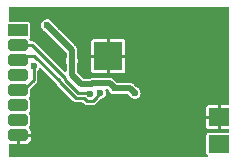
<source format=gbr>
%TF.GenerationSoftware,KiCad,Pcbnew,6.0.11-2627ca5db0~126~ubuntu22.04.1*%
%TF.CreationDate,2024-01-17T12:34:27+01:00*%
%TF.ProjectId,CC1101_868MHz_RF_Modul_FUEL4EP,43433131-3031-45f3-9836-384d487a5f52,1.6*%
%TF.SameCoordinates,Original*%
%TF.FileFunction,Copper,L2,Bot*%
%TF.FilePolarity,Positive*%
%FSLAX46Y46*%
G04 Gerber Fmt 4.6, Leading zero omitted, Abs format (unit mm)*
G04 Created by KiCad (PCBNEW 6.0.11-2627ca5db0~126~ubuntu22.04.1) date 2024-01-17 12:34:27*
%MOMM*%
%LPD*%
G01*
G04 APERTURE LIST*
G04 Aperture macros list*
%AMRoundRect*
0 Rectangle with rounded corners*
0 $1 Rounding radius*
0 $2 $3 $4 $5 $6 $7 $8 $9 X,Y pos of 4 corners*
0 Add a 4 corners polygon primitive as box body*
4,1,4,$2,$3,$4,$5,$6,$7,$8,$9,$2,$3,0*
0 Add four circle primitives for the rounded corners*
1,1,$1+$1,$2,$3*
1,1,$1+$1,$4,$5*
1,1,$1+$1,$6,$7*
1,1,$1+$1,$8,$9*
0 Add four rect primitives between the rounded corners*
20,1,$1+$1,$2,$3,$4,$5,0*
20,1,$1+$1,$4,$5,$6,$7,0*
20,1,$1+$1,$6,$7,$8,$9,0*
20,1,$1+$1,$8,$9,$2,$3,0*%
G04 Aperture macros list end*
%TA.AperFunction,CastellatedPad*%
%ADD10RoundRect,0.250000X-0.600000X-0.250000X0.600000X-0.250000X0.600000X0.250000X-0.600000X0.250000X0*%
%TD*%
%TA.AperFunction,CastellatedPad*%
%ADD11R,1.800000X1.500000*%
%TD*%
%TA.AperFunction,CastellatedPad*%
%ADD12R,1.700000X1.000000*%
%TD*%
%TA.AperFunction,ComponentPad*%
%ADD13C,0.500000*%
%TD*%
%TA.AperFunction,SMDPad,CuDef*%
%ADD14R,2.400000X2.400000*%
%TD*%
%TA.AperFunction,ViaPad*%
%ADD15C,0.600000*%
%TD*%
%TA.AperFunction,Conductor*%
%ADD16C,0.250000*%
%TD*%
%TA.AperFunction,Conductor*%
%ADD17C,0.500000*%
%TD*%
G04 APERTURE END LIST*
D10*
%TO.P,JC5,1,Pin_1*%
%TO.N,/MOSI*%
X950000Y5810000D03*
%TD*%
D11*
%TO.P,JA1,1,Pin_1*%
%TO.N,GND*%
X18000000Y3550000D03*
%TD*%
D10*
%TO.P,JC8,1,Pin_1*%
%TO.N,GND*%
X950000Y2000000D03*
%TD*%
D11*
%TO.P,JA2,1,Pin_1*%
%TO.N,Net-(C7-Pad1)*%
X18000000Y1270000D03*
%TD*%
D10*
%TO.P,JC6,1,Pin_1*%
%TO.N,/MISO{slash}GDO1*%
X950000Y4540000D03*
%TD*%
%TO.P,JC3,1,Pin_1*%
%TO.N,/~{CS}*%
X950000Y8350000D03*
%TD*%
%TO.P,JC2,1,Pin_1*%
%TO.N,/GDO0*%
X950000Y9620000D03*
%TD*%
D12*
%TO.P,JC1,1,Pin_1*%
%TO.N,/VDD*%
X950000Y10890000D03*
%TD*%
D10*
%TO.P,JC4,1,Pin_1*%
%TO.N,/SCK*%
X950000Y7080000D03*
%TD*%
D13*
%TO.P,U1,21,GND3*%
%TO.N,GND*%
X9529000Y9652800D03*
X8579000Y7752800D03*
X9529000Y8702800D03*
X8579000Y9652800D03*
X9529000Y7752800D03*
X8579000Y8702800D03*
X7629000Y9652800D03*
X7629000Y7752800D03*
D14*
X8579000Y8702800D03*
D13*
X7629000Y8702800D03*
%TD*%
D10*
%TO.P,JC7,1,Pin_1*%
%TO.N,/GDO2*%
X950000Y3270000D03*
%TD*%
D15*
%TO.N,GND*%
X17780000Y7112000D03*
X3302000Y1524000D03*
X3302000Y508000D03*
X2286000Y1524000D03*
X2286000Y508000D03*
X762000Y508000D03*
X500000Y12050000D03*
X14859000Y12192000D03*
X3302000Y2540000D03*
X4318000Y1524000D03*
X6604000Y508000D03*
X8890000Y508000D03*
X18288000Y11176000D03*
X5334000Y1524000D03*
X18542000Y6096000D03*
X6985000Y11303000D03*
X10414000Y3048000D03*
X18542000Y8890000D03*
X10226239Y7051239D03*
X11176000Y3556000D03*
X15494000Y508000D03*
X5854208Y4498645D03*
X17526000Y11176000D03*
X13208000Y1524000D03*
X4318000Y508000D03*
X17780000Y4826000D03*
X13716000Y6350000D03*
X13475000Y7050000D03*
X18542000Y6858000D03*
X2286000Y2540000D03*
X16764000Y10160000D03*
X12500000Y6985000D03*
X16002000Y12192000D03*
X18542000Y5334000D03*
X5334000Y2540000D03*
X9780000Y10794000D03*
X13208000Y508000D03*
X17780000Y5588000D03*
X10668000Y4699000D03*
X16764000Y11176000D03*
X14224000Y3556000D03*
X10160000Y508000D03*
X4318000Y3556000D03*
X5334000Y3556000D03*
X14224000Y2032000D03*
X18542000Y7874000D03*
X12192000Y3556000D03*
X11176000Y508000D03*
X13335000Y10175000D03*
X13208000Y2540000D03*
X12192000Y1524000D03*
X3556000Y3302000D03*
X4318000Y2540000D03*
X14808200Y11226800D03*
X16002000Y11176000D03*
X14732000Y1524000D03*
X17780000Y6350000D03*
X17526000Y10160000D03*
X16764000Y12192000D03*
X5334000Y508000D03*
X2304199Y5700000D03*
X13030200Y12014200D03*
X18288000Y10160000D03*
X12192000Y508000D03*
X11176000Y2540000D03*
X13792200Y11099800D03*
X7874000Y508000D03*
X6223000Y10922000D03*
X6858000Y7061200D03*
X18288000Y12192000D03*
X13175000Y4450000D03*
X4346102Y4561781D03*
X13868400Y12039600D03*
X11684000Y6985000D03*
X10414000Y2032000D03*
X14732000Y508000D03*
X11176000Y1524000D03*
X13716000Y5588000D03*
X16002000Y1016000D03*
X15494000Y1524000D03*
X17526000Y12192000D03*
X14224000Y2794000D03*
X16510000Y508000D03*
X13208000Y3556000D03*
X1524000Y762000D03*
X2375000Y10775000D03*
X13970000Y1016000D03*
X4592391Y11199563D03*
X10375000Y3875000D03*
X12928600Y11074400D03*
X12225000Y4425000D03*
X12192000Y2540000D03*
X10414000Y1270000D03*
X14224000Y4318000D03*
%TO.N,/GDO0*%
X7041833Y5538480D03*
%TO.N,/MOSI*%
X2261967Y7852614D03*
%TO.N,/~{CS}*%
X7877108Y5586478D03*
%TO.N,VDDA*%
X5505452Y8312053D03*
X3403600Y11328400D03*
X9127372Y5974477D03*
X10823000Y5587998D03*
%TD*%
D16*
%TO.N,/GDO0*%
X2165932Y9620000D02*
X4939781Y6846151D01*
X6061234Y5572299D02*
X7043829Y5572299D01*
X1400000Y9620000D02*
X2165932Y9620000D01*
X4962699Y6697707D02*
X4962699Y6670833D01*
X4939781Y6720625D02*
X4962699Y6697707D01*
X4962699Y6670833D02*
X6061234Y5572299D01*
X4939781Y6846151D02*
X4939781Y6720625D01*
%TO.N,/MOSI*%
X2261967Y6671967D02*
X2261967Y7852614D01*
X1400000Y5810000D02*
X2261967Y6671967D01*
%TO.N,/~{CS}*%
X1400000Y8350000D02*
X1800000Y8750000D01*
X2298643Y8750000D02*
X4490280Y6558363D01*
X7300510Y4913980D02*
X7666333Y5279803D01*
X6783156Y4913980D02*
X7300510Y4913980D01*
X4490280Y6558363D02*
X4490280Y6507562D01*
X6574338Y5122798D02*
X6783156Y4913980D01*
X4490280Y6507562D02*
X5875044Y5122798D01*
X7666333Y5279803D02*
X7666333Y5288773D01*
X7666333Y5288773D02*
X7927343Y5549783D01*
X5875044Y5122798D02*
X6574338Y5122798D01*
X1800000Y8750000D02*
X2298643Y8750000D01*
D17*
%TO.N,VDDA*%
X5514282Y8114709D02*
X5514282Y9217718D01*
X6287200Y6311200D02*
X5505452Y7092948D01*
X9127372Y5974477D02*
X8701049Y6400800D01*
X7168661Y6311200D02*
X6287200Y6311200D01*
X8701049Y6400800D02*
X7258261Y6400800D01*
X5514282Y9217718D02*
X3403600Y11328400D01*
X5505452Y7092948D02*
X5505452Y8312053D01*
X7258261Y6400800D02*
X7168661Y6311200D01*
X9127372Y5974477D02*
X10436521Y5974477D01*
X10436521Y5974477D02*
X10823000Y5587998D01*
%TD*%
%TA.AperFunction,Conductor*%
%TO.N,GND*%
G36*
X18788921Y12832398D02*
G01*
X18835414Y12778742D01*
X18846800Y12726400D01*
X18846800Y4680000D01*
X18826798Y4611879D01*
X18773142Y4565386D01*
X18720800Y4554000D01*
X18145115Y4554000D01*
X18129876Y4549525D01*
X18128671Y4548135D01*
X18127000Y4540452D01*
X18127000Y2564116D01*
X18131475Y2548877D01*
X18132865Y2547672D01*
X18140548Y2546001D01*
X18720800Y2546001D01*
X18788921Y2525999D01*
X18835414Y2472343D01*
X18846800Y2420001D01*
X18846800Y2346500D01*
X18826798Y2278379D01*
X18773142Y2231886D01*
X18720800Y2220500D01*
X17080252Y2220500D01*
X17074184Y2219293D01*
X17033939Y2211288D01*
X17033938Y2211288D01*
X17021769Y2208867D01*
X16955448Y2164552D01*
X16911133Y2098231D01*
X16899500Y2039748D01*
X16899500Y500252D01*
X16911133Y441769D01*
X16955448Y375448D01*
X16965761Y368557D01*
X16966823Y367495D01*
X17000849Y305183D01*
X16995784Y234368D01*
X16953237Y177532D01*
X16886717Y152721D01*
X16877728Y152400D01*
X278400Y152400D01*
X210279Y172402D01*
X163786Y226058D01*
X152400Y278400D01*
X152400Y1121854D01*
X172402Y1189975D01*
X226058Y1236468D01*
X292009Y1247117D01*
X298895Y1246369D01*
X305706Y1246000D01*
X804885Y1246000D01*
X820124Y1250475D01*
X821329Y1251865D01*
X823000Y1259548D01*
X823000Y1264116D01*
X1077000Y1264116D01*
X1081475Y1248877D01*
X1082865Y1247672D01*
X1090548Y1246001D01*
X1594292Y1246001D01*
X1601110Y1246370D01*
X1651482Y1251841D01*
X1666741Y1255470D01*
X1786118Y1300222D01*
X1801704Y1308754D01*
X1902867Y1384572D01*
X1915428Y1397133D01*
X1991246Y1498296D01*
X1999778Y1513882D01*
X2044533Y1633265D01*
X2048158Y1648510D01*
X2053631Y1698892D01*
X2054000Y1705706D01*
X2054000Y1854885D01*
X2049525Y1870124D01*
X2048135Y1871329D01*
X2040452Y1873000D01*
X1095115Y1873000D01*
X1079876Y1868525D01*
X1078671Y1867135D01*
X1077000Y1859452D01*
X1077000Y1264116D01*
X823000Y1264116D01*
X823000Y2001000D01*
X843002Y2069121D01*
X896658Y2115614D01*
X949000Y2127000D01*
X2035884Y2127000D01*
X2051123Y2131475D01*
X2052328Y2132865D01*
X2053999Y2140548D01*
X2053999Y2294292D01*
X2053630Y2301110D01*
X2048159Y2351482D01*
X2044530Y2366741D01*
X1999778Y2486118D01*
X1991246Y2501704D01*
X1914520Y2604078D01*
X1889672Y2670584D01*
X1904725Y2739967D01*
X1913995Y2754502D01*
X1933694Y2781172D01*
X16846001Y2781172D01*
X16847209Y2768912D01*
X16858315Y2713069D01*
X16867633Y2690573D01*
X16909983Y2627192D01*
X16927192Y2609983D01*
X16990575Y2567632D01*
X17013066Y2558316D01*
X17068915Y2547207D01*
X17081170Y2546000D01*
X17854885Y2546000D01*
X17870124Y2550475D01*
X17871329Y2551865D01*
X17873000Y2559548D01*
X17873000Y3404885D01*
X17868525Y3420124D01*
X17867135Y3421329D01*
X17859452Y3423000D01*
X16864116Y3423000D01*
X16848877Y3418525D01*
X16847672Y3417135D01*
X16846001Y3409452D01*
X16846001Y2781172D01*
X1933694Y2781172D01*
X1947039Y2799239D01*
X1947043Y2799246D01*
X1952634Y2806816D01*
X1997519Y2934631D01*
X2000500Y2966166D01*
X2000500Y3573834D01*
X1997519Y3605369D01*
X1966003Y3695115D01*
X16846000Y3695115D01*
X16850475Y3679876D01*
X16851865Y3678671D01*
X16859548Y3677000D01*
X17854885Y3677000D01*
X17870124Y3681475D01*
X17871329Y3682865D01*
X17873000Y3690548D01*
X17873000Y4535884D01*
X17868525Y4551123D01*
X17867135Y4552328D01*
X17859452Y4553999D01*
X17081172Y4553999D01*
X17068912Y4552791D01*
X17013069Y4541685D01*
X16990573Y4532367D01*
X16927192Y4490017D01*
X16909983Y4472808D01*
X16867632Y4409425D01*
X16858316Y4386934D01*
X16847207Y4331085D01*
X16846000Y4318830D01*
X16846000Y3695115D01*
X1966003Y3695115D01*
X1952634Y3733184D01*
X1947043Y3740754D01*
X1947039Y3740761D01*
X1881021Y3830141D01*
X1856638Y3896819D01*
X1872175Y3966095D01*
X1881021Y3979859D01*
X1947039Y4069239D01*
X1947043Y4069246D01*
X1952634Y4076816D01*
X1997519Y4204631D01*
X2000500Y4236166D01*
X2000500Y4843834D01*
X1997519Y4875369D01*
X1952634Y5003184D01*
X1947043Y5010754D01*
X1947039Y5010761D01*
X1881021Y5100141D01*
X1856638Y5166819D01*
X1872175Y5236095D01*
X1881021Y5249859D01*
X1947039Y5339239D01*
X1947043Y5339246D01*
X1952634Y5346816D01*
X1997519Y5474631D01*
X2000500Y5506166D01*
X2000500Y5897983D01*
X2020502Y5966104D01*
X2037405Y5987079D01*
X2478195Y6427868D01*
X2486299Y6435294D01*
X2506716Y6452426D01*
X2515161Y6459512D01*
X2534006Y6492152D01*
X2539910Y6501420D01*
X2555198Y6523254D01*
X2561520Y6532283D01*
X2564373Y6542929D01*
X2565850Y6546097D01*
X2567043Y6549374D01*
X2572555Y6558922D01*
X2579099Y6596036D01*
X2581479Y6606771D01*
X2588377Y6632513D01*
X2591230Y6643160D01*
X2587946Y6680698D01*
X2587467Y6691679D01*
X2587467Y7417785D01*
X2607469Y7485906D01*
X2620052Y7502340D01*
X2675143Y7563203D01*
X2675148Y7563210D01*
X2681167Y7569860D01*
X2714015Y7637658D01*
X2761717Y7690241D01*
X2830276Y7708687D01*
X2897923Y7687139D01*
X2916502Y7671815D01*
X4155069Y6433248D01*
X4179672Y6394629D01*
X4179692Y6394517D01*
X4185205Y6384968D01*
X4186398Y6381690D01*
X4187872Y6378529D01*
X4190726Y6367878D01*
X4197050Y6358847D01*
X4212335Y6337018D01*
X4218241Y6327747D01*
X4227366Y6311943D01*
X4237086Y6295107D01*
X4245531Y6288021D01*
X4265962Y6270877D01*
X4274065Y6263451D01*
X5630933Y4906583D01*
X5638360Y4898479D01*
X5662589Y4869604D01*
X5672138Y4864091D01*
X5695229Y4850759D01*
X5704500Y4844853D01*
X5735360Y4823244D01*
X5746010Y4820390D01*
X5749178Y4818913D01*
X5752454Y4817721D01*
X5761999Y4812210D01*
X5795743Y4806260D01*
X5799102Y4805668D01*
X5809829Y4803290D01*
X5846237Y4793534D01*
X5857222Y4794495D01*
X5857224Y4794495D01*
X5883772Y4796818D01*
X5894754Y4797298D01*
X6387321Y4797298D01*
X6455442Y4777296D01*
X6476417Y4760393D01*
X6539057Y4697752D01*
X6546483Y4689649D01*
X6570701Y4660786D01*
X6580244Y4655276D01*
X6580248Y4655273D01*
X6603335Y4641944D01*
X6612604Y4636040D01*
X6643472Y4614426D01*
X6654120Y4611573D01*
X6657291Y4610094D01*
X6660567Y4608902D01*
X6670111Y4603392D01*
X6707232Y4596846D01*
X6717939Y4594472D01*
X6754349Y4584717D01*
X6765324Y4585677D01*
X6765326Y4585677D01*
X6791887Y4588001D01*
X6802868Y4588480D01*
X7280800Y4588480D01*
X7291782Y4588000D01*
X7318330Y4585677D01*
X7318332Y4585677D01*
X7329317Y4584716D01*
X7365725Y4594472D01*
X7376452Y4596850D01*
X7379811Y4597442D01*
X7413555Y4603392D01*
X7423100Y4608903D01*
X7426376Y4610095D01*
X7429544Y4611572D01*
X7440194Y4614426D01*
X7471060Y4636039D01*
X7480325Y4641941D01*
X7503416Y4655273D01*
X7512965Y4660786D01*
X7537195Y4689663D01*
X7544621Y4697765D01*
X7882548Y5035692D01*
X7890651Y5043118D01*
X7900472Y5051359D01*
X7919332Y5067185D01*
X7967179Y5092225D01*
X8040263Y5112150D01*
X8069266Y5120057D01*
X8069268Y5120058D01*
X8077925Y5122418D01*
X8200099Y5197433D01*
X8207920Y5206073D01*
X8290286Y5297071D01*
X8296308Y5303724D01*
X8358818Y5432745D01*
X8382604Y5574124D01*
X8382755Y5586478D01*
X8374581Y5643554D01*
X8363704Y5719510D01*
X8363703Y5719513D01*
X8362431Y5728396D01*
X8342538Y5772149D01*
X8332552Y5842440D01*
X8362153Y5906972D01*
X8421943Y5945255D01*
X8457239Y5950300D01*
X8462256Y5950300D01*
X8530377Y5930298D01*
X8551351Y5913395D01*
X8634719Y5830027D01*
X8660953Y5791678D01*
X8688129Y5729916D01*
X8698092Y5707274D01*
X8790342Y5597529D01*
X8832706Y5569329D01*
X8900837Y5523977D01*
X8909685Y5518087D01*
X9046529Y5475335D01*
X9055501Y5475171D01*
X9055504Y5475170D01*
X9120835Y5473973D01*
X9189871Y5472707D01*
X9198905Y5475170D01*
X9319527Y5508055D01*
X9319530Y5508056D01*
X9328189Y5510417D01*
X9333918Y5513935D01*
X9382414Y5523977D01*
X10197728Y5523977D01*
X10265849Y5503975D01*
X10286823Y5487072D01*
X10330347Y5443548D01*
X10356581Y5405199D01*
X10393720Y5320795D01*
X10399497Y5313922D01*
X10399498Y5313921D01*
X10480190Y5217926D01*
X10485970Y5211050D01*
X10605313Y5131608D01*
X10742157Y5088856D01*
X10751129Y5088692D01*
X10751132Y5088691D01*
X10816463Y5087494D01*
X10885499Y5086228D01*
X10894533Y5088691D01*
X11015158Y5121577D01*
X11015160Y5121578D01*
X11023817Y5123938D01*
X11145991Y5198953D01*
X11242200Y5305244D01*
X11293888Y5411929D01*
X11300795Y5426184D01*
X11300795Y5426185D01*
X11304710Y5434265D01*
X11328496Y5575644D01*
X11328647Y5587998D01*
X11311566Y5707274D01*
X11309596Y5721030D01*
X11309595Y5721033D01*
X11308323Y5729916D01*
X11248984Y5860426D01*
X11203343Y5913395D01*
X11161260Y5962235D01*
X11161257Y5962238D01*
X11155400Y5969035D01*
X11035095Y6047013D01*
X11017066Y6052405D01*
X10964075Y6084026D01*
X10779274Y6268827D01*
X10769420Y6279916D01*
X10754228Y6299186D01*
X10754226Y6299188D01*
X10748393Y6306587D01*
X10740646Y6311942D01*
X10740644Y6311943D01*
X10710888Y6332508D01*
X10700136Y6339939D01*
X10696924Y6342234D01*
X10657279Y6371517D01*
X10657278Y6371518D01*
X10649705Y6377111D01*
X10642889Y6379504D01*
X10636952Y6383608D01*
X10627972Y6386448D01*
X10627970Y6386449D01*
X10607804Y6392827D01*
X10581002Y6401303D01*
X10577271Y6402548D01*
X10530784Y6418873D01*
X10530782Y6418873D01*
X10521890Y6421996D01*
X10514702Y6422278D01*
X10514643Y6422289D01*
X10507791Y6424457D01*
X10501184Y6424977D01*
X10448505Y6424977D01*
X10443558Y6425074D01*
X10386527Y6427315D01*
X10379421Y6425431D01*
X10371174Y6424977D01*
X9382563Y6424977D01*
X9339734Y6434393D01*
X9339465Y6433493D01*
X9321438Y6438884D01*
X9268447Y6470505D01*
X9043802Y6695150D01*
X9033948Y6706239D01*
X9018756Y6725509D01*
X9018754Y6725511D01*
X9012921Y6732910D01*
X9005174Y6738265D01*
X9005172Y6738266D01*
X8964674Y6766255D01*
X8961452Y6768557D01*
X8921807Y6797840D01*
X8921806Y6797841D01*
X8914233Y6803434D01*
X8907417Y6805827D01*
X8901480Y6809931D01*
X8892500Y6812771D01*
X8892498Y6812772D01*
X8872332Y6819150D01*
X8845530Y6827626D01*
X8841799Y6828871D01*
X8795312Y6845196D01*
X8795310Y6845196D01*
X8786418Y6848319D01*
X8779230Y6848601D01*
X8779171Y6848612D01*
X8772319Y6850780D01*
X8765712Y6851300D01*
X8713033Y6851300D01*
X8708086Y6851397D01*
X8651055Y6853638D01*
X8643949Y6851754D01*
X8635702Y6851300D01*
X7292481Y6851300D01*
X7277672Y6852173D01*
X7253304Y6855057D01*
X7243951Y6856164D01*
X7234687Y6854472D01*
X7234683Y6854472D01*
X7186250Y6845627D01*
X7182349Y6844978D01*
X7133616Y6837651D01*
X7133608Y6837649D01*
X7124299Y6836249D01*
X7117789Y6833123D01*
X7110688Y6831826D01*
X7102333Y6827486D01*
X7058624Y6804782D01*
X7055086Y6803014D01*
X7002182Y6777609D01*
X7001156Y6779746D01*
X6942501Y6761700D01*
X6525995Y6761700D01*
X6457874Y6781702D01*
X6436900Y6798604D01*
X5992857Y7242646D01*
X5958832Y7304959D01*
X5955952Y7331742D01*
X5955952Y7750116D01*
X7121019Y7750116D01*
X7123937Y7727806D01*
X7125001Y7711468D01*
X7125001Y7483972D01*
X7126209Y7471712D01*
X7137315Y7415869D01*
X7146633Y7393373D01*
X7188983Y7329992D01*
X7206192Y7312783D01*
X7269575Y7270432D01*
X7292066Y7261116D01*
X7347915Y7250007D01*
X7360170Y7248800D01*
X7620995Y7248800D01*
X7623304Y7248779D01*
X7682961Y7247686D01*
X7684153Y7247834D01*
X7699727Y7248800D01*
X8433885Y7248800D01*
X8449124Y7253275D01*
X8450329Y7254665D01*
X8452000Y7262348D01*
X8452000Y7266916D01*
X8706000Y7266916D01*
X8710475Y7251677D01*
X8711865Y7250472D01*
X8719548Y7248801D01*
X9520951Y7248801D01*
X9523261Y7248780D01*
X9582959Y7247686D01*
X9584158Y7247835D01*
X9599733Y7248801D01*
X9797828Y7248801D01*
X9810088Y7250009D01*
X9865931Y7261115D01*
X9888427Y7270433D01*
X9951808Y7312783D01*
X9969017Y7329992D01*
X10011368Y7393375D01*
X10020684Y7415866D01*
X10031793Y7471715D01*
X10033000Y7483970D01*
X10033000Y7699930D01*
X10034746Y7720834D01*
X10037224Y7735564D01*
X10038090Y7745222D01*
X10038124Y7747937D01*
X10037493Y7757616D01*
X10034272Y7780112D01*
X10033000Y7797973D01*
X10033000Y8557685D01*
X10028525Y8572924D01*
X10027135Y8574129D01*
X10019452Y8575800D01*
X8724115Y8575800D01*
X8708876Y8571325D01*
X8707671Y8569935D01*
X8706000Y8562252D01*
X8706000Y7266916D01*
X8452000Y7266916D01*
X8452000Y8557685D01*
X8447525Y8572924D01*
X8446135Y8574129D01*
X8438452Y8575800D01*
X7143116Y8575800D01*
X7127877Y8571325D01*
X7126672Y8569935D01*
X7125001Y8562252D01*
X7125001Y7801823D01*
X7123501Y7782438D01*
X7121236Y7767894D01*
X7121019Y7750116D01*
X5955952Y7750116D01*
X5955952Y7997714D01*
X5960861Y8029517D01*
X5960723Y8029544D01*
X5961409Y8033063D01*
X5961817Y8035708D01*
X5962096Y8036590D01*
X5964262Y8043439D01*
X5964782Y8050046D01*
X5964782Y8083213D01*
X5977389Y8138150D01*
X5987162Y8158320D01*
X6010948Y8299699D01*
X6011099Y8312053D01*
X5990775Y8453971D01*
X5976081Y8486289D01*
X5964782Y8538440D01*
X5964782Y9183499D01*
X5965655Y9198308D01*
X5965988Y9201125D01*
X5969646Y9232029D01*
X5967954Y9241292D01*
X5967954Y9241299D01*
X5959107Y9289736D01*
X5958456Y9293643D01*
X5951132Y9342362D01*
X5951132Y9342363D01*
X5949731Y9351680D01*
X5946603Y9358193D01*
X5945307Y9365291D01*
X5918257Y9417365D01*
X5916507Y9420868D01*
X5895167Y9465308D01*
X5891091Y9473797D01*
X5886205Y9479083D01*
X5886172Y9479131D01*
X5882861Y9485506D01*
X5878557Y9490546D01*
X5841330Y9527773D01*
X5837900Y9531339D01*
X5805528Y9566359D01*
X5799136Y9573274D01*
X5792777Y9576967D01*
X5786619Y9582484D01*
X5718987Y9650116D01*
X7121019Y9650116D01*
X7123936Y9627812D01*
X7125000Y9611475D01*
X7125000Y8847915D01*
X7129475Y8832676D01*
X7130865Y8831471D01*
X7138548Y8829800D01*
X8433885Y8829800D01*
X8449124Y8834275D01*
X8450329Y8835665D01*
X8452000Y8843348D01*
X8452000Y8847915D01*
X8706000Y8847915D01*
X8710475Y8832676D01*
X8711865Y8831471D01*
X8719548Y8829800D01*
X10014884Y8829800D01*
X10030123Y8834275D01*
X10031328Y8835665D01*
X10032999Y8843348D01*
X10032999Y9599924D01*
X10034745Y9620829D01*
X10037224Y9635566D01*
X10038090Y9645220D01*
X10038124Y9647941D01*
X10037493Y9657615D01*
X10034272Y9680109D01*
X10032999Y9697972D01*
X10032999Y9921628D01*
X10031791Y9933888D01*
X10020685Y9989731D01*
X10011367Y10012227D01*
X9969017Y10075608D01*
X9951808Y10092817D01*
X9888425Y10135168D01*
X9865934Y10144484D01*
X9810085Y10155593D01*
X9797830Y10156800D01*
X9537614Y10156800D01*
X9536844Y10156802D01*
X9463810Y10157248D01*
X9457234Y10156800D01*
X8724115Y10156800D01*
X8708876Y10152325D01*
X8707671Y10150935D01*
X8706000Y10143252D01*
X8706000Y8847915D01*
X8452000Y8847915D01*
X8452000Y10138684D01*
X8447525Y10153923D01*
X8446135Y10155128D01*
X8438452Y10156799D01*
X7637741Y10156799D01*
X7636971Y10156801D01*
X7563814Y10157248D01*
X7557228Y10156799D01*
X7360172Y10156799D01*
X7347912Y10155591D01*
X7292069Y10144485D01*
X7269573Y10135167D01*
X7206192Y10092817D01*
X7188983Y10075608D01*
X7146632Y10012225D01*
X7137316Y9989734D01*
X7126207Y9933885D01*
X7125000Y9921630D01*
X7125000Y9701816D01*
X7123500Y9682431D01*
X7121236Y9667893D01*
X7121019Y9650116D01*
X5718987Y9650116D01*
X3896854Y11472249D01*
X3871248Y11509193D01*
X3833301Y11592654D01*
X3833299Y11592657D01*
X3829584Y11600828D01*
X3775015Y11664158D01*
X3741860Y11702637D01*
X3741857Y11702640D01*
X3736000Y11709437D01*
X3615695Y11787415D01*
X3478339Y11828493D01*
X3469363Y11828548D01*
X3469362Y11828548D01*
X3409155Y11828916D01*
X3334976Y11829369D01*
X3197129Y11789972D01*
X3075880Y11713470D01*
X2980977Y11606012D01*
X2920047Y11476237D01*
X2918666Y11467365D01*
X2908732Y11403561D01*
X2897991Y11334577D01*
X2916580Y11192421D01*
X2974320Y11061197D01*
X3066570Y10951452D01*
X3185913Y10872010D01*
X3209079Y10864772D01*
X3210092Y10864456D01*
X3261613Y10833284D01*
X5026877Y9068020D01*
X5060903Y9005708D01*
X5063782Y8978925D01*
X5063782Y8577204D01*
X5051837Y8523655D01*
X5021899Y8459890D01*
X5020518Y8451018D01*
X5005308Y8353329D01*
X4999843Y8318230D01*
X5001007Y8309328D01*
X5001007Y8309325D01*
X5002266Y8299699D01*
X5018432Y8176074D01*
X5022049Y8167854D01*
X5044281Y8117328D01*
X5054952Y8066582D01*
X5054952Y7495496D01*
X5034950Y7427375D01*
X4981294Y7380882D01*
X4911020Y7370778D01*
X4846440Y7400272D01*
X4839857Y7406401D01*
X2410043Y9836215D01*
X2402616Y9844319D01*
X2385473Y9864749D01*
X2385474Y9864749D01*
X2378387Y9873194D01*
X2368838Y9878707D01*
X2345747Y9892039D01*
X2336476Y9897945D01*
X2314647Y9913230D01*
X2305616Y9919554D01*
X2294966Y9922408D01*
X2291798Y9923885D01*
X2288522Y9925077D01*
X2278977Y9930588D01*
X2245233Y9936538D01*
X2241874Y9937130D01*
X2231147Y9939508D01*
X2194739Y9949264D01*
X2183754Y9948303D01*
X2183752Y9948303D01*
X2157204Y9945980D01*
X2146222Y9945500D01*
X2090281Y9945500D01*
X2022160Y9965502D01*
X1975667Y10019158D01*
X1971398Y10029751D01*
X1952634Y10083184D01*
X1947043Y10090754D01*
X1947040Y10090759D01*
X1943261Y10095874D01*
X1918875Y10162551D01*
X1934409Y10231827D01*
X1944633Y10245394D01*
X1944552Y10245448D01*
X1981974Y10301453D01*
X1988867Y10311769D01*
X2000500Y10370252D01*
X2000500Y11409748D01*
X1988867Y11468231D01*
X1944552Y11534552D01*
X1878231Y11578867D01*
X1866062Y11581288D01*
X1866061Y11581288D01*
X1825816Y11589293D01*
X1819748Y11590500D01*
X278400Y11590500D01*
X210279Y11610502D01*
X163786Y11664158D01*
X152400Y11716500D01*
X152400Y12726400D01*
X172402Y12794521D01*
X226058Y12841014D01*
X278400Y12852400D01*
X18720800Y12852400D01*
X18788921Y12832398D01*
G37*
%TD.AperFunction*%
%TD*%
M02*

</source>
